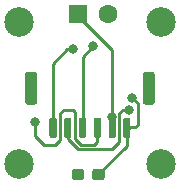
<source format=gbr>
G04 #@! TF.GenerationSoftware,KiCad,Pcbnew,(5.1.4)-1*
G04 #@! TF.CreationDate,2021-04-01T21:41:31+08:00*
G04 #@! TF.ProjectId,ma730,6d613733-302e-46b6-9963-61645f706362,rev?*
G04 #@! TF.SameCoordinates,Original*
G04 #@! TF.FileFunction,Copper,L1,Top*
G04 #@! TF.FilePolarity,Positive*
%FSLAX46Y46*%
G04 Gerber Fmt 4.6, Leading zero omitted, Abs format (unit mm)*
G04 Created by KiCad (PCBNEW (5.1.4)-1) date 2021-04-01 21:41:31*
%MOMM*%
%LPD*%
G04 APERTURE LIST*
%ADD10C,1.600000*%
%ADD11R,1.600000X1.600000*%
%ADD12C,0.100000*%
%ADD13C,1.000000*%
%ADD14C,0.600000*%
%ADD15C,0.950000*%
%ADD16C,2.500000*%
%ADD17C,0.800000*%
%ADD18C,0.250000*%
G04 APERTURE END LIST*
D10*
X99500000Y-100330000D03*
D11*
X97000000Y-100330000D03*
D12*
G36*
X103249504Y-105201204D02*
G01*
X103273773Y-105204804D01*
X103297571Y-105210765D01*
X103320671Y-105219030D01*
X103342849Y-105229520D01*
X103363893Y-105242133D01*
X103383598Y-105256747D01*
X103401777Y-105273223D01*
X103418253Y-105291402D01*
X103432867Y-105311107D01*
X103445480Y-105332151D01*
X103455970Y-105354329D01*
X103464235Y-105377429D01*
X103470196Y-105401227D01*
X103473796Y-105425496D01*
X103475000Y-105450000D01*
X103475000Y-107750000D01*
X103473796Y-107774504D01*
X103470196Y-107798773D01*
X103464235Y-107822571D01*
X103455970Y-107845671D01*
X103445480Y-107867849D01*
X103432867Y-107888893D01*
X103418253Y-107908598D01*
X103401777Y-107926777D01*
X103383598Y-107943253D01*
X103363893Y-107957867D01*
X103342849Y-107970480D01*
X103320671Y-107980970D01*
X103297571Y-107989235D01*
X103273773Y-107995196D01*
X103249504Y-107998796D01*
X103225000Y-108000000D01*
X102725000Y-108000000D01*
X102700496Y-107998796D01*
X102676227Y-107995196D01*
X102652429Y-107989235D01*
X102629329Y-107980970D01*
X102607151Y-107970480D01*
X102586107Y-107957867D01*
X102566402Y-107943253D01*
X102548223Y-107926777D01*
X102531747Y-107908598D01*
X102517133Y-107888893D01*
X102504520Y-107867849D01*
X102494030Y-107845671D01*
X102485765Y-107822571D01*
X102479804Y-107798773D01*
X102476204Y-107774504D01*
X102475000Y-107750000D01*
X102475000Y-105450000D01*
X102476204Y-105425496D01*
X102479804Y-105401227D01*
X102485765Y-105377429D01*
X102494030Y-105354329D01*
X102504520Y-105332151D01*
X102517133Y-105311107D01*
X102531747Y-105291402D01*
X102548223Y-105273223D01*
X102566402Y-105256747D01*
X102586107Y-105242133D01*
X102607151Y-105229520D01*
X102629329Y-105219030D01*
X102652429Y-105210765D01*
X102676227Y-105204804D01*
X102700496Y-105201204D01*
X102725000Y-105200000D01*
X103225000Y-105200000D01*
X103249504Y-105201204D01*
X103249504Y-105201204D01*
G37*
D13*
X102975000Y-106600000D03*
D12*
G36*
X93299504Y-105201204D02*
G01*
X93323773Y-105204804D01*
X93347571Y-105210765D01*
X93370671Y-105219030D01*
X93392849Y-105229520D01*
X93413893Y-105242133D01*
X93433598Y-105256747D01*
X93451777Y-105273223D01*
X93468253Y-105291402D01*
X93482867Y-105311107D01*
X93495480Y-105332151D01*
X93505970Y-105354329D01*
X93514235Y-105377429D01*
X93520196Y-105401227D01*
X93523796Y-105425496D01*
X93525000Y-105450000D01*
X93525000Y-107750000D01*
X93523796Y-107774504D01*
X93520196Y-107798773D01*
X93514235Y-107822571D01*
X93505970Y-107845671D01*
X93495480Y-107867849D01*
X93482867Y-107888893D01*
X93468253Y-107908598D01*
X93451777Y-107926777D01*
X93433598Y-107943253D01*
X93413893Y-107957867D01*
X93392849Y-107970480D01*
X93370671Y-107980970D01*
X93347571Y-107989235D01*
X93323773Y-107995196D01*
X93299504Y-107998796D01*
X93275000Y-108000000D01*
X92775000Y-108000000D01*
X92750496Y-107998796D01*
X92726227Y-107995196D01*
X92702429Y-107989235D01*
X92679329Y-107980970D01*
X92657151Y-107970480D01*
X92636107Y-107957867D01*
X92616402Y-107943253D01*
X92598223Y-107926777D01*
X92581747Y-107908598D01*
X92567133Y-107888893D01*
X92554520Y-107867849D01*
X92544030Y-107845671D01*
X92535765Y-107822571D01*
X92529804Y-107798773D01*
X92526204Y-107774504D01*
X92525000Y-107750000D01*
X92525000Y-105450000D01*
X92526204Y-105425496D01*
X92529804Y-105401227D01*
X92535765Y-105377429D01*
X92544030Y-105354329D01*
X92554520Y-105332151D01*
X92567133Y-105311107D01*
X92581747Y-105291402D01*
X92598223Y-105273223D01*
X92616402Y-105256747D01*
X92636107Y-105242133D01*
X92657151Y-105229520D01*
X92679329Y-105219030D01*
X92702429Y-105210765D01*
X92726227Y-105204804D01*
X92750496Y-105201204D01*
X92775000Y-105200000D01*
X93275000Y-105200000D01*
X93299504Y-105201204D01*
X93299504Y-105201204D01*
G37*
D13*
X93025000Y-106600000D03*
D12*
G36*
X101289703Y-109100722D02*
G01*
X101304264Y-109102882D01*
X101318543Y-109106459D01*
X101332403Y-109111418D01*
X101345710Y-109117712D01*
X101358336Y-109125280D01*
X101370159Y-109134048D01*
X101381066Y-109143934D01*
X101390952Y-109154841D01*
X101399720Y-109166664D01*
X101407288Y-109179290D01*
X101413582Y-109192597D01*
X101418541Y-109206457D01*
X101422118Y-109220736D01*
X101424278Y-109235297D01*
X101425000Y-109250000D01*
X101425000Y-110650000D01*
X101424278Y-110664703D01*
X101422118Y-110679264D01*
X101418541Y-110693543D01*
X101413582Y-110707403D01*
X101407288Y-110720710D01*
X101399720Y-110733336D01*
X101390952Y-110745159D01*
X101381066Y-110756066D01*
X101370159Y-110765952D01*
X101358336Y-110774720D01*
X101345710Y-110782288D01*
X101332403Y-110788582D01*
X101318543Y-110793541D01*
X101304264Y-110797118D01*
X101289703Y-110799278D01*
X101275000Y-110800000D01*
X100975000Y-110800000D01*
X100960297Y-110799278D01*
X100945736Y-110797118D01*
X100931457Y-110793541D01*
X100917597Y-110788582D01*
X100904290Y-110782288D01*
X100891664Y-110774720D01*
X100879841Y-110765952D01*
X100868934Y-110756066D01*
X100859048Y-110745159D01*
X100850280Y-110733336D01*
X100842712Y-110720710D01*
X100836418Y-110707403D01*
X100831459Y-110693543D01*
X100827882Y-110679264D01*
X100825722Y-110664703D01*
X100825000Y-110650000D01*
X100825000Y-109250000D01*
X100825722Y-109235297D01*
X100827882Y-109220736D01*
X100831459Y-109206457D01*
X100836418Y-109192597D01*
X100842712Y-109179290D01*
X100850280Y-109166664D01*
X100859048Y-109154841D01*
X100868934Y-109143934D01*
X100879841Y-109134048D01*
X100891664Y-109125280D01*
X100904290Y-109117712D01*
X100917597Y-109111418D01*
X100931457Y-109106459D01*
X100945736Y-109102882D01*
X100960297Y-109100722D01*
X100975000Y-109100000D01*
X101275000Y-109100000D01*
X101289703Y-109100722D01*
X101289703Y-109100722D01*
G37*
D14*
X101125000Y-109950000D03*
D12*
G36*
X100039703Y-109100722D02*
G01*
X100054264Y-109102882D01*
X100068543Y-109106459D01*
X100082403Y-109111418D01*
X100095710Y-109117712D01*
X100108336Y-109125280D01*
X100120159Y-109134048D01*
X100131066Y-109143934D01*
X100140952Y-109154841D01*
X100149720Y-109166664D01*
X100157288Y-109179290D01*
X100163582Y-109192597D01*
X100168541Y-109206457D01*
X100172118Y-109220736D01*
X100174278Y-109235297D01*
X100175000Y-109250000D01*
X100175000Y-110650000D01*
X100174278Y-110664703D01*
X100172118Y-110679264D01*
X100168541Y-110693543D01*
X100163582Y-110707403D01*
X100157288Y-110720710D01*
X100149720Y-110733336D01*
X100140952Y-110745159D01*
X100131066Y-110756066D01*
X100120159Y-110765952D01*
X100108336Y-110774720D01*
X100095710Y-110782288D01*
X100082403Y-110788582D01*
X100068543Y-110793541D01*
X100054264Y-110797118D01*
X100039703Y-110799278D01*
X100025000Y-110800000D01*
X99725000Y-110800000D01*
X99710297Y-110799278D01*
X99695736Y-110797118D01*
X99681457Y-110793541D01*
X99667597Y-110788582D01*
X99654290Y-110782288D01*
X99641664Y-110774720D01*
X99629841Y-110765952D01*
X99618934Y-110756066D01*
X99609048Y-110745159D01*
X99600280Y-110733336D01*
X99592712Y-110720710D01*
X99586418Y-110707403D01*
X99581459Y-110693543D01*
X99577882Y-110679264D01*
X99575722Y-110664703D01*
X99575000Y-110650000D01*
X99575000Y-109250000D01*
X99575722Y-109235297D01*
X99577882Y-109220736D01*
X99581459Y-109206457D01*
X99586418Y-109192597D01*
X99592712Y-109179290D01*
X99600280Y-109166664D01*
X99609048Y-109154841D01*
X99618934Y-109143934D01*
X99629841Y-109134048D01*
X99641664Y-109125280D01*
X99654290Y-109117712D01*
X99667597Y-109111418D01*
X99681457Y-109106459D01*
X99695736Y-109102882D01*
X99710297Y-109100722D01*
X99725000Y-109100000D01*
X100025000Y-109100000D01*
X100039703Y-109100722D01*
X100039703Y-109100722D01*
G37*
D14*
X99875000Y-109950000D03*
D12*
G36*
X98789703Y-109100722D02*
G01*
X98804264Y-109102882D01*
X98818543Y-109106459D01*
X98832403Y-109111418D01*
X98845710Y-109117712D01*
X98858336Y-109125280D01*
X98870159Y-109134048D01*
X98881066Y-109143934D01*
X98890952Y-109154841D01*
X98899720Y-109166664D01*
X98907288Y-109179290D01*
X98913582Y-109192597D01*
X98918541Y-109206457D01*
X98922118Y-109220736D01*
X98924278Y-109235297D01*
X98925000Y-109250000D01*
X98925000Y-110650000D01*
X98924278Y-110664703D01*
X98922118Y-110679264D01*
X98918541Y-110693543D01*
X98913582Y-110707403D01*
X98907288Y-110720710D01*
X98899720Y-110733336D01*
X98890952Y-110745159D01*
X98881066Y-110756066D01*
X98870159Y-110765952D01*
X98858336Y-110774720D01*
X98845710Y-110782288D01*
X98832403Y-110788582D01*
X98818543Y-110793541D01*
X98804264Y-110797118D01*
X98789703Y-110799278D01*
X98775000Y-110800000D01*
X98475000Y-110800000D01*
X98460297Y-110799278D01*
X98445736Y-110797118D01*
X98431457Y-110793541D01*
X98417597Y-110788582D01*
X98404290Y-110782288D01*
X98391664Y-110774720D01*
X98379841Y-110765952D01*
X98368934Y-110756066D01*
X98359048Y-110745159D01*
X98350280Y-110733336D01*
X98342712Y-110720710D01*
X98336418Y-110707403D01*
X98331459Y-110693543D01*
X98327882Y-110679264D01*
X98325722Y-110664703D01*
X98325000Y-110650000D01*
X98325000Y-109250000D01*
X98325722Y-109235297D01*
X98327882Y-109220736D01*
X98331459Y-109206457D01*
X98336418Y-109192597D01*
X98342712Y-109179290D01*
X98350280Y-109166664D01*
X98359048Y-109154841D01*
X98368934Y-109143934D01*
X98379841Y-109134048D01*
X98391664Y-109125280D01*
X98404290Y-109117712D01*
X98417597Y-109111418D01*
X98431457Y-109106459D01*
X98445736Y-109102882D01*
X98460297Y-109100722D01*
X98475000Y-109100000D01*
X98775000Y-109100000D01*
X98789703Y-109100722D01*
X98789703Y-109100722D01*
G37*
D14*
X98625000Y-109950000D03*
D12*
G36*
X97539703Y-109100722D02*
G01*
X97554264Y-109102882D01*
X97568543Y-109106459D01*
X97582403Y-109111418D01*
X97595710Y-109117712D01*
X97608336Y-109125280D01*
X97620159Y-109134048D01*
X97631066Y-109143934D01*
X97640952Y-109154841D01*
X97649720Y-109166664D01*
X97657288Y-109179290D01*
X97663582Y-109192597D01*
X97668541Y-109206457D01*
X97672118Y-109220736D01*
X97674278Y-109235297D01*
X97675000Y-109250000D01*
X97675000Y-110650000D01*
X97674278Y-110664703D01*
X97672118Y-110679264D01*
X97668541Y-110693543D01*
X97663582Y-110707403D01*
X97657288Y-110720710D01*
X97649720Y-110733336D01*
X97640952Y-110745159D01*
X97631066Y-110756066D01*
X97620159Y-110765952D01*
X97608336Y-110774720D01*
X97595710Y-110782288D01*
X97582403Y-110788582D01*
X97568543Y-110793541D01*
X97554264Y-110797118D01*
X97539703Y-110799278D01*
X97525000Y-110800000D01*
X97225000Y-110800000D01*
X97210297Y-110799278D01*
X97195736Y-110797118D01*
X97181457Y-110793541D01*
X97167597Y-110788582D01*
X97154290Y-110782288D01*
X97141664Y-110774720D01*
X97129841Y-110765952D01*
X97118934Y-110756066D01*
X97109048Y-110745159D01*
X97100280Y-110733336D01*
X97092712Y-110720710D01*
X97086418Y-110707403D01*
X97081459Y-110693543D01*
X97077882Y-110679264D01*
X97075722Y-110664703D01*
X97075000Y-110650000D01*
X97075000Y-109250000D01*
X97075722Y-109235297D01*
X97077882Y-109220736D01*
X97081459Y-109206457D01*
X97086418Y-109192597D01*
X97092712Y-109179290D01*
X97100280Y-109166664D01*
X97109048Y-109154841D01*
X97118934Y-109143934D01*
X97129841Y-109134048D01*
X97141664Y-109125280D01*
X97154290Y-109117712D01*
X97167597Y-109111418D01*
X97181457Y-109106459D01*
X97195736Y-109102882D01*
X97210297Y-109100722D01*
X97225000Y-109100000D01*
X97525000Y-109100000D01*
X97539703Y-109100722D01*
X97539703Y-109100722D01*
G37*
D14*
X97375000Y-109950000D03*
D12*
G36*
X96289703Y-109100722D02*
G01*
X96304264Y-109102882D01*
X96318543Y-109106459D01*
X96332403Y-109111418D01*
X96345710Y-109117712D01*
X96358336Y-109125280D01*
X96370159Y-109134048D01*
X96381066Y-109143934D01*
X96390952Y-109154841D01*
X96399720Y-109166664D01*
X96407288Y-109179290D01*
X96413582Y-109192597D01*
X96418541Y-109206457D01*
X96422118Y-109220736D01*
X96424278Y-109235297D01*
X96425000Y-109250000D01*
X96425000Y-110650000D01*
X96424278Y-110664703D01*
X96422118Y-110679264D01*
X96418541Y-110693543D01*
X96413582Y-110707403D01*
X96407288Y-110720710D01*
X96399720Y-110733336D01*
X96390952Y-110745159D01*
X96381066Y-110756066D01*
X96370159Y-110765952D01*
X96358336Y-110774720D01*
X96345710Y-110782288D01*
X96332403Y-110788582D01*
X96318543Y-110793541D01*
X96304264Y-110797118D01*
X96289703Y-110799278D01*
X96275000Y-110800000D01*
X95975000Y-110800000D01*
X95960297Y-110799278D01*
X95945736Y-110797118D01*
X95931457Y-110793541D01*
X95917597Y-110788582D01*
X95904290Y-110782288D01*
X95891664Y-110774720D01*
X95879841Y-110765952D01*
X95868934Y-110756066D01*
X95859048Y-110745159D01*
X95850280Y-110733336D01*
X95842712Y-110720710D01*
X95836418Y-110707403D01*
X95831459Y-110693543D01*
X95827882Y-110679264D01*
X95825722Y-110664703D01*
X95825000Y-110650000D01*
X95825000Y-109250000D01*
X95825722Y-109235297D01*
X95827882Y-109220736D01*
X95831459Y-109206457D01*
X95836418Y-109192597D01*
X95842712Y-109179290D01*
X95850280Y-109166664D01*
X95859048Y-109154841D01*
X95868934Y-109143934D01*
X95879841Y-109134048D01*
X95891664Y-109125280D01*
X95904290Y-109117712D01*
X95917597Y-109111418D01*
X95931457Y-109106459D01*
X95945736Y-109102882D01*
X95960297Y-109100722D01*
X95975000Y-109100000D01*
X96275000Y-109100000D01*
X96289703Y-109100722D01*
X96289703Y-109100722D01*
G37*
D14*
X96125000Y-109950000D03*
D12*
G36*
X95039703Y-109100722D02*
G01*
X95054264Y-109102882D01*
X95068543Y-109106459D01*
X95082403Y-109111418D01*
X95095710Y-109117712D01*
X95108336Y-109125280D01*
X95120159Y-109134048D01*
X95131066Y-109143934D01*
X95140952Y-109154841D01*
X95149720Y-109166664D01*
X95157288Y-109179290D01*
X95163582Y-109192597D01*
X95168541Y-109206457D01*
X95172118Y-109220736D01*
X95174278Y-109235297D01*
X95175000Y-109250000D01*
X95175000Y-110650000D01*
X95174278Y-110664703D01*
X95172118Y-110679264D01*
X95168541Y-110693543D01*
X95163582Y-110707403D01*
X95157288Y-110720710D01*
X95149720Y-110733336D01*
X95140952Y-110745159D01*
X95131066Y-110756066D01*
X95120159Y-110765952D01*
X95108336Y-110774720D01*
X95095710Y-110782288D01*
X95082403Y-110788582D01*
X95068543Y-110793541D01*
X95054264Y-110797118D01*
X95039703Y-110799278D01*
X95025000Y-110800000D01*
X94725000Y-110800000D01*
X94710297Y-110799278D01*
X94695736Y-110797118D01*
X94681457Y-110793541D01*
X94667597Y-110788582D01*
X94654290Y-110782288D01*
X94641664Y-110774720D01*
X94629841Y-110765952D01*
X94618934Y-110756066D01*
X94609048Y-110745159D01*
X94600280Y-110733336D01*
X94592712Y-110720710D01*
X94586418Y-110707403D01*
X94581459Y-110693543D01*
X94577882Y-110679264D01*
X94575722Y-110664703D01*
X94575000Y-110650000D01*
X94575000Y-109250000D01*
X94575722Y-109235297D01*
X94577882Y-109220736D01*
X94581459Y-109206457D01*
X94586418Y-109192597D01*
X94592712Y-109179290D01*
X94600280Y-109166664D01*
X94609048Y-109154841D01*
X94618934Y-109143934D01*
X94629841Y-109134048D01*
X94641664Y-109125280D01*
X94654290Y-109117712D01*
X94667597Y-109111418D01*
X94681457Y-109106459D01*
X94695736Y-109102882D01*
X94710297Y-109100722D01*
X94725000Y-109100000D01*
X95025000Y-109100000D01*
X95039703Y-109100722D01*
X95039703Y-109100722D01*
G37*
D14*
X94875000Y-109950000D03*
D12*
G36*
X99035779Y-113426144D02*
G01*
X99058834Y-113429563D01*
X99081443Y-113435227D01*
X99103387Y-113443079D01*
X99124457Y-113453044D01*
X99144448Y-113465026D01*
X99163168Y-113478910D01*
X99180438Y-113494562D01*
X99196090Y-113511832D01*
X99209974Y-113530552D01*
X99221956Y-113550543D01*
X99231921Y-113571613D01*
X99239773Y-113593557D01*
X99245437Y-113616166D01*
X99248856Y-113639221D01*
X99250000Y-113662500D01*
X99250000Y-114137500D01*
X99248856Y-114160779D01*
X99245437Y-114183834D01*
X99239773Y-114206443D01*
X99231921Y-114228387D01*
X99221956Y-114249457D01*
X99209974Y-114269448D01*
X99196090Y-114288168D01*
X99180438Y-114305438D01*
X99163168Y-114321090D01*
X99144448Y-114334974D01*
X99124457Y-114346956D01*
X99103387Y-114356921D01*
X99081443Y-114364773D01*
X99058834Y-114370437D01*
X99035779Y-114373856D01*
X99012500Y-114375000D01*
X98437500Y-114375000D01*
X98414221Y-114373856D01*
X98391166Y-114370437D01*
X98368557Y-114364773D01*
X98346613Y-114356921D01*
X98325543Y-114346956D01*
X98305552Y-114334974D01*
X98286832Y-114321090D01*
X98269562Y-114305438D01*
X98253910Y-114288168D01*
X98240026Y-114269448D01*
X98228044Y-114249457D01*
X98218079Y-114228387D01*
X98210227Y-114206443D01*
X98204563Y-114183834D01*
X98201144Y-114160779D01*
X98200000Y-114137500D01*
X98200000Y-113662500D01*
X98201144Y-113639221D01*
X98204563Y-113616166D01*
X98210227Y-113593557D01*
X98218079Y-113571613D01*
X98228044Y-113550543D01*
X98240026Y-113530552D01*
X98253910Y-113511832D01*
X98269562Y-113494562D01*
X98286832Y-113478910D01*
X98305552Y-113465026D01*
X98325543Y-113453044D01*
X98346613Y-113443079D01*
X98368557Y-113435227D01*
X98391166Y-113429563D01*
X98414221Y-113426144D01*
X98437500Y-113425000D01*
X99012500Y-113425000D01*
X99035779Y-113426144D01*
X99035779Y-113426144D01*
G37*
D15*
X98725000Y-113900000D03*
D12*
G36*
X97285779Y-113426144D02*
G01*
X97308834Y-113429563D01*
X97331443Y-113435227D01*
X97353387Y-113443079D01*
X97374457Y-113453044D01*
X97394448Y-113465026D01*
X97413168Y-113478910D01*
X97430438Y-113494562D01*
X97446090Y-113511832D01*
X97459974Y-113530552D01*
X97471956Y-113550543D01*
X97481921Y-113571613D01*
X97489773Y-113593557D01*
X97495437Y-113616166D01*
X97498856Y-113639221D01*
X97500000Y-113662500D01*
X97500000Y-114137500D01*
X97498856Y-114160779D01*
X97495437Y-114183834D01*
X97489773Y-114206443D01*
X97481921Y-114228387D01*
X97471956Y-114249457D01*
X97459974Y-114269448D01*
X97446090Y-114288168D01*
X97430438Y-114305438D01*
X97413168Y-114321090D01*
X97394448Y-114334974D01*
X97374457Y-114346956D01*
X97353387Y-114356921D01*
X97331443Y-114364773D01*
X97308834Y-114370437D01*
X97285779Y-114373856D01*
X97262500Y-114375000D01*
X96687500Y-114375000D01*
X96664221Y-114373856D01*
X96641166Y-114370437D01*
X96618557Y-114364773D01*
X96596613Y-114356921D01*
X96575543Y-114346956D01*
X96555552Y-114334974D01*
X96536832Y-114321090D01*
X96519562Y-114305438D01*
X96503910Y-114288168D01*
X96490026Y-114269448D01*
X96478044Y-114249457D01*
X96468079Y-114228387D01*
X96460227Y-114206443D01*
X96454563Y-114183834D01*
X96451144Y-114160779D01*
X96450000Y-114137500D01*
X96450000Y-113662500D01*
X96451144Y-113639221D01*
X96454563Y-113616166D01*
X96460227Y-113593557D01*
X96468079Y-113571613D01*
X96478044Y-113550543D01*
X96490026Y-113530552D01*
X96503910Y-113511832D01*
X96519562Y-113494562D01*
X96536832Y-113478910D01*
X96555552Y-113465026D01*
X96575543Y-113453044D01*
X96596613Y-113443079D01*
X96618557Y-113435227D01*
X96641166Y-113429563D01*
X96664221Y-113426144D01*
X96687500Y-113425000D01*
X97262500Y-113425000D01*
X97285779Y-113426144D01*
X97285779Y-113426144D01*
G37*
D15*
X96975000Y-113900000D03*
D16*
X92000000Y-101000000D03*
X92000000Y-113000000D03*
X104000000Y-113000000D03*
X104000000Y-101000000D03*
D17*
X101600000Y-107400000D03*
X96975000Y-113900006D03*
X99844990Y-109010000D03*
X93370000Y-109490000D03*
X98300000Y-103000000D03*
X101280000Y-108410000D03*
X96600000Y-103300000D03*
D18*
X102060000Y-107860000D02*
X101600000Y-107400000D01*
X102060000Y-109690000D02*
X102060000Y-107860000D01*
X101840000Y-109910000D02*
X102060000Y-109690000D01*
X101383553Y-109950000D02*
X101423553Y-109910000D01*
X101423553Y-109910000D02*
X101840000Y-109910000D01*
X101125000Y-111500000D02*
X101125000Y-109950000D01*
X98725000Y-113700000D02*
X98725000Y-113900000D01*
X98725000Y-113900000D02*
X101125000Y-111500000D01*
X97250000Y-100750000D02*
X97000000Y-100750000D01*
X99900000Y-103400000D02*
X97250000Y-100750000D01*
X99875000Y-109950000D02*
X99900000Y-109925000D01*
X99900000Y-109925000D02*
X99900000Y-103400000D01*
X93370000Y-110690000D02*
X93370000Y-109490000D01*
X94090000Y-111410000D02*
X93370000Y-110690000D01*
X95490000Y-110999980D02*
X95079980Y-111410000D01*
X95490000Y-108720000D02*
X95490000Y-110999980D01*
X95790000Y-108420000D02*
X95490000Y-108720000D01*
X96540000Y-108420000D02*
X95790000Y-108420000D01*
X96740000Y-108620000D02*
X96540000Y-108420000D01*
X98625000Y-111145000D02*
X98360000Y-111410000D01*
X98625000Y-109950000D02*
X98625000Y-111145000D01*
X95079980Y-111410000D02*
X94090000Y-111410000D01*
X98360000Y-111410000D02*
X97254674Y-111410000D01*
X97254674Y-111410000D02*
X96742337Y-110897663D01*
X96742337Y-110897663D02*
X96742337Y-109732337D01*
X96740000Y-109730000D02*
X96740000Y-108620000D01*
X96742337Y-109732337D02*
X96740000Y-109730000D01*
X97375000Y-109950000D02*
X97375000Y-103925000D01*
X97375000Y-103925000D02*
X98300000Y-103000000D01*
X101240000Y-108450000D02*
X101280000Y-108410000D01*
X100760000Y-108450000D02*
X101240000Y-108450000D01*
X96125000Y-110900000D02*
X96985010Y-111760010D01*
X96125000Y-109950000D02*
X96125000Y-110900000D01*
X96985010Y-111760010D02*
X99839990Y-111760010D01*
X99839990Y-111760010D02*
X100470000Y-111130000D01*
X100470000Y-111130000D02*
X100470000Y-108740000D01*
X100470000Y-108740000D02*
X100760000Y-108450000D01*
X94875000Y-109950000D02*
X94875000Y-104525000D01*
X94875000Y-104525000D02*
X96100000Y-103300000D01*
X96100000Y-103300000D02*
X96600000Y-103300000D01*
M02*

</source>
